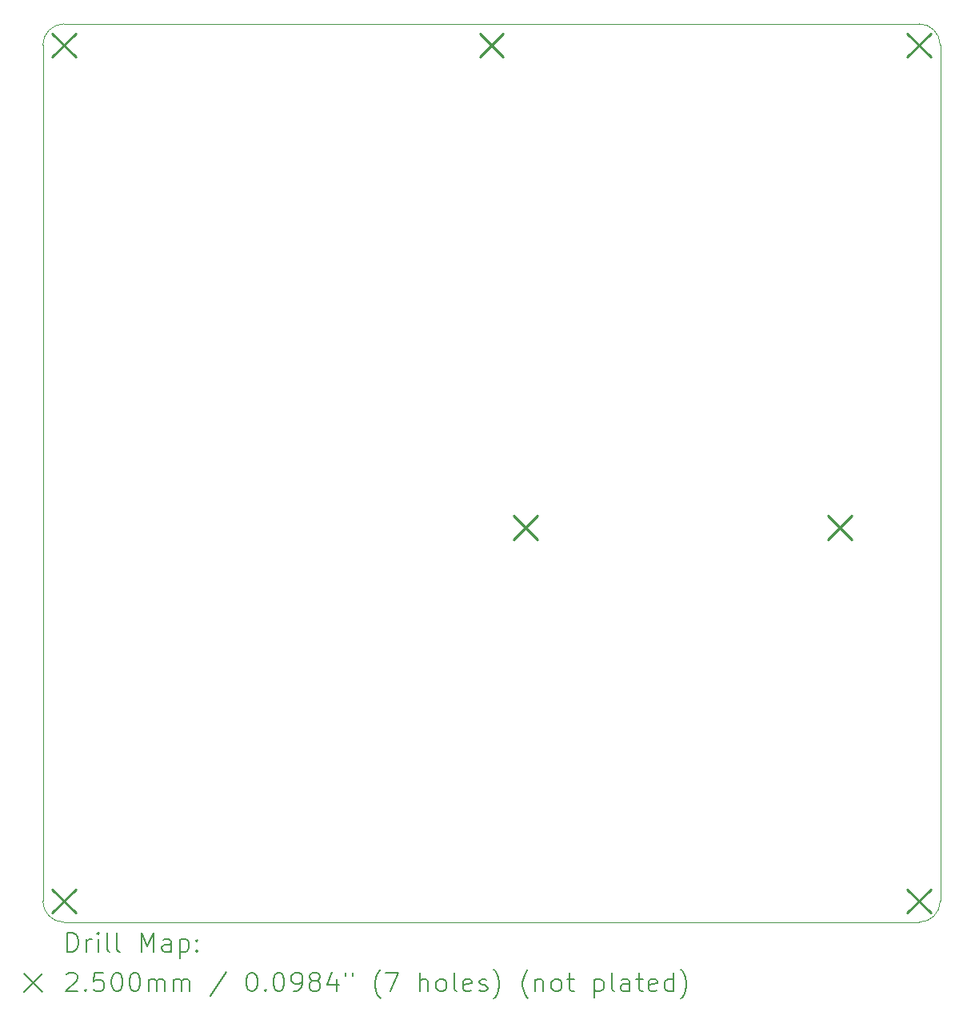
<source format=gbr>
%TF.GenerationSoftware,KiCad,Pcbnew,8.0.2*%
%TF.CreationDate,2024-05-14T20:48:36+07:00*%
%TF.ProjectId,HW.ACIM-INV,48572e41-4349-44d2-9d49-4e562e6b6963,0.0*%
%TF.SameCoordinates,Original*%
%TF.FileFunction,Drillmap*%
%TF.FilePolarity,Positive*%
%FSLAX45Y45*%
G04 Gerber Fmt 4.5, Leading zero omitted, Abs format (unit mm)*
G04 Created by KiCad (PCBNEW 8.0.2) date 2024-05-14 20:48:36*
%MOMM*%
%LPD*%
G01*
G04 APERTURE LIST*
%ADD10C,0.010000*%
%ADD11C,0.200000*%
%ADD12C,0.250000*%
G04 APERTURE END LIST*
D10*
X19050000Y-3775000D02*
X10000010Y-3775000D01*
X19275000Y-13050000D02*
X19275000Y-4000000D01*
X10000010Y-13275000D02*
G75*
G02*
X9775010Y-13050000I0J225000D01*
G01*
X19275000Y-13050000D02*
G75*
G02*
X19050000Y-13275000I-225000J0D01*
G01*
X9775000Y-4000000D02*
X9775000Y-13050000D01*
X10000010Y-13275000D02*
X19050000Y-13275000D01*
X9775000Y-4000000D02*
G75*
G02*
X10000000Y-3775000I225000J0D01*
G01*
X19050000Y-3775000D02*
G75*
G02*
X19275000Y-4000000I0J-225000D01*
G01*
D11*
D12*
X9875000Y-3875000D02*
X10125000Y-4125000D01*
X10125000Y-3875000D02*
X9875000Y-4125000D01*
X9875000Y-12925000D02*
X10125000Y-13175000D01*
X10125000Y-12925000D02*
X9875000Y-13175000D01*
X14400000Y-3875000D02*
X14650000Y-4125000D01*
X14650000Y-3875000D02*
X14400000Y-4125000D01*
X14757500Y-8977500D02*
X15007500Y-9227500D01*
X15007500Y-8977500D02*
X14757500Y-9227500D01*
X18087500Y-8977500D02*
X18337500Y-9227500D01*
X18337500Y-8977500D02*
X18087500Y-9227500D01*
X18925000Y-3875000D02*
X19175000Y-4125000D01*
X19175000Y-3875000D02*
X18925000Y-4125000D01*
X18925000Y-12925000D02*
X19175000Y-13175000D01*
X19175000Y-12925000D02*
X18925000Y-13175000D01*
D11*
X10035277Y-13586984D02*
X10035277Y-13386984D01*
X10035277Y-13386984D02*
X10082896Y-13386984D01*
X10082896Y-13386984D02*
X10111467Y-13396508D01*
X10111467Y-13396508D02*
X10130515Y-13415555D01*
X10130515Y-13415555D02*
X10140039Y-13434603D01*
X10140039Y-13434603D02*
X10149563Y-13472698D01*
X10149563Y-13472698D02*
X10149563Y-13501269D01*
X10149563Y-13501269D02*
X10140039Y-13539365D01*
X10140039Y-13539365D02*
X10130515Y-13558412D01*
X10130515Y-13558412D02*
X10111467Y-13577460D01*
X10111467Y-13577460D02*
X10082896Y-13586984D01*
X10082896Y-13586984D02*
X10035277Y-13586984D01*
X10235277Y-13586984D02*
X10235277Y-13453650D01*
X10235277Y-13491746D02*
X10244801Y-13472698D01*
X10244801Y-13472698D02*
X10254324Y-13463174D01*
X10254324Y-13463174D02*
X10273372Y-13453650D01*
X10273372Y-13453650D02*
X10292420Y-13453650D01*
X10359086Y-13586984D02*
X10359086Y-13453650D01*
X10359086Y-13386984D02*
X10349563Y-13396508D01*
X10349563Y-13396508D02*
X10359086Y-13406031D01*
X10359086Y-13406031D02*
X10368610Y-13396508D01*
X10368610Y-13396508D02*
X10359086Y-13386984D01*
X10359086Y-13386984D02*
X10359086Y-13406031D01*
X10482896Y-13586984D02*
X10463848Y-13577460D01*
X10463848Y-13577460D02*
X10454324Y-13558412D01*
X10454324Y-13558412D02*
X10454324Y-13386984D01*
X10587658Y-13586984D02*
X10568610Y-13577460D01*
X10568610Y-13577460D02*
X10559086Y-13558412D01*
X10559086Y-13558412D02*
X10559086Y-13386984D01*
X10816229Y-13586984D02*
X10816229Y-13386984D01*
X10816229Y-13386984D02*
X10882896Y-13529841D01*
X10882896Y-13529841D02*
X10949563Y-13386984D01*
X10949563Y-13386984D02*
X10949563Y-13586984D01*
X11130515Y-13586984D02*
X11130515Y-13482222D01*
X11130515Y-13482222D02*
X11120991Y-13463174D01*
X11120991Y-13463174D02*
X11101944Y-13453650D01*
X11101944Y-13453650D02*
X11063848Y-13453650D01*
X11063848Y-13453650D02*
X11044801Y-13463174D01*
X11130515Y-13577460D02*
X11111467Y-13586984D01*
X11111467Y-13586984D02*
X11063848Y-13586984D01*
X11063848Y-13586984D02*
X11044801Y-13577460D01*
X11044801Y-13577460D02*
X11035277Y-13558412D01*
X11035277Y-13558412D02*
X11035277Y-13539365D01*
X11035277Y-13539365D02*
X11044801Y-13520317D01*
X11044801Y-13520317D02*
X11063848Y-13510793D01*
X11063848Y-13510793D02*
X11111467Y-13510793D01*
X11111467Y-13510793D02*
X11130515Y-13501269D01*
X11225753Y-13453650D02*
X11225753Y-13653650D01*
X11225753Y-13463174D02*
X11244801Y-13453650D01*
X11244801Y-13453650D02*
X11282896Y-13453650D01*
X11282896Y-13453650D02*
X11301943Y-13463174D01*
X11301943Y-13463174D02*
X11311467Y-13472698D01*
X11311467Y-13472698D02*
X11320991Y-13491746D01*
X11320991Y-13491746D02*
X11320991Y-13548888D01*
X11320991Y-13548888D02*
X11311467Y-13567936D01*
X11311467Y-13567936D02*
X11301943Y-13577460D01*
X11301943Y-13577460D02*
X11282896Y-13586984D01*
X11282896Y-13586984D02*
X11244801Y-13586984D01*
X11244801Y-13586984D02*
X11225753Y-13577460D01*
X11406705Y-13567936D02*
X11416229Y-13577460D01*
X11416229Y-13577460D02*
X11406705Y-13586984D01*
X11406705Y-13586984D02*
X11397182Y-13577460D01*
X11397182Y-13577460D02*
X11406705Y-13567936D01*
X11406705Y-13567936D02*
X11406705Y-13586984D01*
X11406705Y-13463174D02*
X11416229Y-13472698D01*
X11416229Y-13472698D02*
X11406705Y-13482222D01*
X11406705Y-13482222D02*
X11397182Y-13472698D01*
X11397182Y-13472698D02*
X11406705Y-13463174D01*
X11406705Y-13463174D02*
X11406705Y-13482222D01*
X9574500Y-13815500D02*
X9774500Y-14015500D01*
X9774500Y-13815500D02*
X9574500Y-14015500D01*
X10025753Y-13826031D02*
X10035277Y-13816508D01*
X10035277Y-13816508D02*
X10054324Y-13806984D01*
X10054324Y-13806984D02*
X10101944Y-13806984D01*
X10101944Y-13806984D02*
X10120991Y-13816508D01*
X10120991Y-13816508D02*
X10130515Y-13826031D01*
X10130515Y-13826031D02*
X10140039Y-13845079D01*
X10140039Y-13845079D02*
X10140039Y-13864127D01*
X10140039Y-13864127D02*
X10130515Y-13892698D01*
X10130515Y-13892698D02*
X10016229Y-14006984D01*
X10016229Y-14006984D02*
X10140039Y-14006984D01*
X10225753Y-13987936D02*
X10235277Y-13997460D01*
X10235277Y-13997460D02*
X10225753Y-14006984D01*
X10225753Y-14006984D02*
X10216229Y-13997460D01*
X10216229Y-13997460D02*
X10225753Y-13987936D01*
X10225753Y-13987936D02*
X10225753Y-14006984D01*
X10416229Y-13806984D02*
X10320991Y-13806984D01*
X10320991Y-13806984D02*
X10311467Y-13902222D01*
X10311467Y-13902222D02*
X10320991Y-13892698D01*
X10320991Y-13892698D02*
X10340039Y-13883174D01*
X10340039Y-13883174D02*
X10387658Y-13883174D01*
X10387658Y-13883174D02*
X10406705Y-13892698D01*
X10406705Y-13892698D02*
X10416229Y-13902222D01*
X10416229Y-13902222D02*
X10425753Y-13921269D01*
X10425753Y-13921269D02*
X10425753Y-13968888D01*
X10425753Y-13968888D02*
X10416229Y-13987936D01*
X10416229Y-13987936D02*
X10406705Y-13997460D01*
X10406705Y-13997460D02*
X10387658Y-14006984D01*
X10387658Y-14006984D02*
X10340039Y-14006984D01*
X10340039Y-14006984D02*
X10320991Y-13997460D01*
X10320991Y-13997460D02*
X10311467Y-13987936D01*
X10549563Y-13806984D02*
X10568610Y-13806984D01*
X10568610Y-13806984D02*
X10587658Y-13816508D01*
X10587658Y-13816508D02*
X10597182Y-13826031D01*
X10597182Y-13826031D02*
X10606705Y-13845079D01*
X10606705Y-13845079D02*
X10616229Y-13883174D01*
X10616229Y-13883174D02*
X10616229Y-13930793D01*
X10616229Y-13930793D02*
X10606705Y-13968888D01*
X10606705Y-13968888D02*
X10597182Y-13987936D01*
X10597182Y-13987936D02*
X10587658Y-13997460D01*
X10587658Y-13997460D02*
X10568610Y-14006984D01*
X10568610Y-14006984D02*
X10549563Y-14006984D01*
X10549563Y-14006984D02*
X10530515Y-13997460D01*
X10530515Y-13997460D02*
X10520991Y-13987936D01*
X10520991Y-13987936D02*
X10511467Y-13968888D01*
X10511467Y-13968888D02*
X10501944Y-13930793D01*
X10501944Y-13930793D02*
X10501944Y-13883174D01*
X10501944Y-13883174D02*
X10511467Y-13845079D01*
X10511467Y-13845079D02*
X10520991Y-13826031D01*
X10520991Y-13826031D02*
X10530515Y-13816508D01*
X10530515Y-13816508D02*
X10549563Y-13806984D01*
X10740039Y-13806984D02*
X10759086Y-13806984D01*
X10759086Y-13806984D02*
X10778134Y-13816508D01*
X10778134Y-13816508D02*
X10787658Y-13826031D01*
X10787658Y-13826031D02*
X10797182Y-13845079D01*
X10797182Y-13845079D02*
X10806705Y-13883174D01*
X10806705Y-13883174D02*
X10806705Y-13930793D01*
X10806705Y-13930793D02*
X10797182Y-13968888D01*
X10797182Y-13968888D02*
X10787658Y-13987936D01*
X10787658Y-13987936D02*
X10778134Y-13997460D01*
X10778134Y-13997460D02*
X10759086Y-14006984D01*
X10759086Y-14006984D02*
X10740039Y-14006984D01*
X10740039Y-14006984D02*
X10720991Y-13997460D01*
X10720991Y-13997460D02*
X10711467Y-13987936D01*
X10711467Y-13987936D02*
X10701944Y-13968888D01*
X10701944Y-13968888D02*
X10692420Y-13930793D01*
X10692420Y-13930793D02*
X10692420Y-13883174D01*
X10692420Y-13883174D02*
X10701944Y-13845079D01*
X10701944Y-13845079D02*
X10711467Y-13826031D01*
X10711467Y-13826031D02*
X10720991Y-13816508D01*
X10720991Y-13816508D02*
X10740039Y-13806984D01*
X10892420Y-14006984D02*
X10892420Y-13873650D01*
X10892420Y-13892698D02*
X10901944Y-13883174D01*
X10901944Y-13883174D02*
X10920991Y-13873650D01*
X10920991Y-13873650D02*
X10949563Y-13873650D01*
X10949563Y-13873650D02*
X10968610Y-13883174D01*
X10968610Y-13883174D02*
X10978134Y-13902222D01*
X10978134Y-13902222D02*
X10978134Y-14006984D01*
X10978134Y-13902222D02*
X10987658Y-13883174D01*
X10987658Y-13883174D02*
X11006705Y-13873650D01*
X11006705Y-13873650D02*
X11035277Y-13873650D01*
X11035277Y-13873650D02*
X11054325Y-13883174D01*
X11054325Y-13883174D02*
X11063848Y-13902222D01*
X11063848Y-13902222D02*
X11063848Y-14006984D01*
X11159086Y-14006984D02*
X11159086Y-13873650D01*
X11159086Y-13892698D02*
X11168610Y-13883174D01*
X11168610Y-13883174D02*
X11187658Y-13873650D01*
X11187658Y-13873650D02*
X11216229Y-13873650D01*
X11216229Y-13873650D02*
X11235277Y-13883174D01*
X11235277Y-13883174D02*
X11244801Y-13902222D01*
X11244801Y-13902222D02*
X11244801Y-14006984D01*
X11244801Y-13902222D02*
X11254324Y-13883174D01*
X11254324Y-13883174D02*
X11273372Y-13873650D01*
X11273372Y-13873650D02*
X11301943Y-13873650D01*
X11301943Y-13873650D02*
X11320991Y-13883174D01*
X11320991Y-13883174D02*
X11330515Y-13902222D01*
X11330515Y-13902222D02*
X11330515Y-14006984D01*
X11720991Y-13797460D02*
X11549563Y-14054603D01*
X11978134Y-13806984D02*
X11997182Y-13806984D01*
X11997182Y-13806984D02*
X12016229Y-13816508D01*
X12016229Y-13816508D02*
X12025753Y-13826031D01*
X12025753Y-13826031D02*
X12035277Y-13845079D01*
X12035277Y-13845079D02*
X12044801Y-13883174D01*
X12044801Y-13883174D02*
X12044801Y-13930793D01*
X12044801Y-13930793D02*
X12035277Y-13968888D01*
X12035277Y-13968888D02*
X12025753Y-13987936D01*
X12025753Y-13987936D02*
X12016229Y-13997460D01*
X12016229Y-13997460D02*
X11997182Y-14006984D01*
X11997182Y-14006984D02*
X11978134Y-14006984D01*
X11978134Y-14006984D02*
X11959086Y-13997460D01*
X11959086Y-13997460D02*
X11949563Y-13987936D01*
X11949563Y-13987936D02*
X11940039Y-13968888D01*
X11940039Y-13968888D02*
X11930515Y-13930793D01*
X11930515Y-13930793D02*
X11930515Y-13883174D01*
X11930515Y-13883174D02*
X11940039Y-13845079D01*
X11940039Y-13845079D02*
X11949563Y-13826031D01*
X11949563Y-13826031D02*
X11959086Y-13816508D01*
X11959086Y-13816508D02*
X11978134Y-13806984D01*
X12130515Y-13987936D02*
X12140039Y-13997460D01*
X12140039Y-13997460D02*
X12130515Y-14006984D01*
X12130515Y-14006984D02*
X12120991Y-13997460D01*
X12120991Y-13997460D02*
X12130515Y-13987936D01*
X12130515Y-13987936D02*
X12130515Y-14006984D01*
X12263848Y-13806984D02*
X12282896Y-13806984D01*
X12282896Y-13806984D02*
X12301944Y-13816508D01*
X12301944Y-13816508D02*
X12311467Y-13826031D01*
X12311467Y-13826031D02*
X12320991Y-13845079D01*
X12320991Y-13845079D02*
X12330515Y-13883174D01*
X12330515Y-13883174D02*
X12330515Y-13930793D01*
X12330515Y-13930793D02*
X12320991Y-13968888D01*
X12320991Y-13968888D02*
X12311467Y-13987936D01*
X12311467Y-13987936D02*
X12301944Y-13997460D01*
X12301944Y-13997460D02*
X12282896Y-14006984D01*
X12282896Y-14006984D02*
X12263848Y-14006984D01*
X12263848Y-14006984D02*
X12244801Y-13997460D01*
X12244801Y-13997460D02*
X12235277Y-13987936D01*
X12235277Y-13987936D02*
X12225753Y-13968888D01*
X12225753Y-13968888D02*
X12216229Y-13930793D01*
X12216229Y-13930793D02*
X12216229Y-13883174D01*
X12216229Y-13883174D02*
X12225753Y-13845079D01*
X12225753Y-13845079D02*
X12235277Y-13826031D01*
X12235277Y-13826031D02*
X12244801Y-13816508D01*
X12244801Y-13816508D02*
X12263848Y-13806984D01*
X12425753Y-14006984D02*
X12463848Y-14006984D01*
X12463848Y-14006984D02*
X12482896Y-13997460D01*
X12482896Y-13997460D02*
X12492420Y-13987936D01*
X12492420Y-13987936D02*
X12511467Y-13959365D01*
X12511467Y-13959365D02*
X12520991Y-13921269D01*
X12520991Y-13921269D02*
X12520991Y-13845079D01*
X12520991Y-13845079D02*
X12511467Y-13826031D01*
X12511467Y-13826031D02*
X12501944Y-13816508D01*
X12501944Y-13816508D02*
X12482896Y-13806984D01*
X12482896Y-13806984D02*
X12444801Y-13806984D01*
X12444801Y-13806984D02*
X12425753Y-13816508D01*
X12425753Y-13816508D02*
X12416229Y-13826031D01*
X12416229Y-13826031D02*
X12406706Y-13845079D01*
X12406706Y-13845079D02*
X12406706Y-13892698D01*
X12406706Y-13892698D02*
X12416229Y-13911746D01*
X12416229Y-13911746D02*
X12425753Y-13921269D01*
X12425753Y-13921269D02*
X12444801Y-13930793D01*
X12444801Y-13930793D02*
X12482896Y-13930793D01*
X12482896Y-13930793D02*
X12501944Y-13921269D01*
X12501944Y-13921269D02*
X12511467Y-13911746D01*
X12511467Y-13911746D02*
X12520991Y-13892698D01*
X12635277Y-13892698D02*
X12616229Y-13883174D01*
X12616229Y-13883174D02*
X12606706Y-13873650D01*
X12606706Y-13873650D02*
X12597182Y-13854603D01*
X12597182Y-13854603D02*
X12597182Y-13845079D01*
X12597182Y-13845079D02*
X12606706Y-13826031D01*
X12606706Y-13826031D02*
X12616229Y-13816508D01*
X12616229Y-13816508D02*
X12635277Y-13806984D01*
X12635277Y-13806984D02*
X12673372Y-13806984D01*
X12673372Y-13806984D02*
X12692420Y-13816508D01*
X12692420Y-13816508D02*
X12701944Y-13826031D01*
X12701944Y-13826031D02*
X12711467Y-13845079D01*
X12711467Y-13845079D02*
X12711467Y-13854603D01*
X12711467Y-13854603D02*
X12701944Y-13873650D01*
X12701944Y-13873650D02*
X12692420Y-13883174D01*
X12692420Y-13883174D02*
X12673372Y-13892698D01*
X12673372Y-13892698D02*
X12635277Y-13892698D01*
X12635277Y-13892698D02*
X12616229Y-13902222D01*
X12616229Y-13902222D02*
X12606706Y-13911746D01*
X12606706Y-13911746D02*
X12597182Y-13930793D01*
X12597182Y-13930793D02*
X12597182Y-13968888D01*
X12597182Y-13968888D02*
X12606706Y-13987936D01*
X12606706Y-13987936D02*
X12616229Y-13997460D01*
X12616229Y-13997460D02*
X12635277Y-14006984D01*
X12635277Y-14006984D02*
X12673372Y-14006984D01*
X12673372Y-14006984D02*
X12692420Y-13997460D01*
X12692420Y-13997460D02*
X12701944Y-13987936D01*
X12701944Y-13987936D02*
X12711467Y-13968888D01*
X12711467Y-13968888D02*
X12711467Y-13930793D01*
X12711467Y-13930793D02*
X12701944Y-13911746D01*
X12701944Y-13911746D02*
X12692420Y-13902222D01*
X12692420Y-13902222D02*
X12673372Y-13892698D01*
X12882896Y-13873650D02*
X12882896Y-14006984D01*
X12835277Y-13797460D02*
X12787658Y-13940317D01*
X12787658Y-13940317D02*
X12911467Y-13940317D01*
X12978134Y-13806984D02*
X12978134Y-13845079D01*
X13054325Y-13806984D02*
X13054325Y-13845079D01*
X13349563Y-14083174D02*
X13340039Y-14073650D01*
X13340039Y-14073650D02*
X13320991Y-14045079D01*
X13320991Y-14045079D02*
X13311468Y-14026031D01*
X13311468Y-14026031D02*
X13301944Y-13997460D01*
X13301944Y-13997460D02*
X13292420Y-13949841D01*
X13292420Y-13949841D02*
X13292420Y-13911746D01*
X13292420Y-13911746D02*
X13301944Y-13864127D01*
X13301944Y-13864127D02*
X13311468Y-13835555D01*
X13311468Y-13835555D02*
X13320991Y-13816508D01*
X13320991Y-13816508D02*
X13340039Y-13787936D01*
X13340039Y-13787936D02*
X13349563Y-13778412D01*
X13406706Y-13806984D02*
X13540039Y-13806984D01*
X13540039Y-13806984D02*
X13454325Y-14006984D01*
X13768610Y-14006984D02*
X13768610Y-13806984D01*
X13854325Y-14006984D02*
X13854325Y-13902222D01*
X13854325Y-13902222D02*
X13844801Y-13883174D01*
X13844801Y-13883174D02*
X13825753Y-13873650D01*
X13825753Y-13873650D02*
X13797182Y-13873650D01*
X13797182Y-13873650D02*
X13778134Y-13883174D01*
X13778134Y-13883174D02*
X13768610Y-13892698D01*
X13978134Y-14006984D02*
X13959087Y-13997460D01*
X13959087Y-13997460D02*
X13949563Y-13987936D01*
X13949563Y-13987936D02*
X13940039Y-13968888D01*
X13940039Y-13968888D02*
X13940039Y-13911746D01*
X13940039Y-13911746D02*
X13949563Y-13892698D01*
X13949563Y-13892698D02*
X13959087Y-13883174D01*
X13959087Y-13883174D02*
X13978134Y-13873650D01*
X13978134Y-13873650D02*
X14006706Y-13873650D01*
X14006706Y-13873650D02*
X14025753Y-13883174D01*
X14025753Y-13883174D02*
X14035277Y-13892698D01*
X14035277Y-13892698D02*
X14044801Y-13911746D01*
X14044801Y-13911746D02*
X14044801Y-13968888D01*
X14044801Y-13968888D02*
X14035277Y-13987936D01*
X14035277Y-13987936D02*
X14025753Y-13997460D01*
X14025753Y-13997460D02*
X14006706Y-14006984D01*
X14006706Y-14006984D02*
X13978134Y-14006984D01*
X14159087Y-14006984D02*
X14140039Y-13997460D01*
X14140039Y-13997460D02*
X14130515Y-13978412D01*
X14130515Y-13978412D02*
X14130515Y-13806984D01*
X14311468Y-13997460D02*
X14292420Y-14006984D01*
X14292420Y-14006984D02*
X14254325Y-14006984D01*
X14254325Y-14006984D02*
X14235277Y-13997460D01*
X14235277Y-13997460D02*
X14225753Y-13978412D01*
X14225753Y-13978412D02*
X14225753Y-13902222D01*
X14225753Y-13902222D02*
X14235277Y-13883174D01*
X14235277Y-13883174D02*
X14254325Y-13873650D01*
X14254325Y-13873650D02*
X14292420Y-13873650D01*
X14292420Y-13873650D02*
X14311468Y-13883174D01*
X14311468Y-13883174D02*
X14320991Y-13902222D01*
X14320991Y-13902222D02*
X14320991Y-13921269D01*
X14320991Y-13921269D02*
X14225753Y-13940317D01*
X14397182Y-13997460D02*
X14416230Y-14006984D01*
X14416230Y-14006984D02*
X14454325Y-14006984D01*
X14454325Y-14006984D02*
X14473372Y-13997460D01*
X14473372Y-13997460D02*
X14482896Y-13978412D01*
X14482896Y-13978412D02*
X14482896Y-13968888D01*
X14482896Y-13968888D02*
X14473372Y-13949841D01*
X14473372Y-13949841D02*
X14454325Y-13940317D01*
X14454325Y-13940317D02*
X14425753Y-13940317D01*
X14425753Y-13940317D02*
X14406706Y-13930793D01*
X14406706Y-13930793D02*
X14397182Y-13911746D01*
X14397182Y-13911746D02*
X14397182Y-13902222D01*
X14397182Y-13902222D02*
X14406706Y-13883174D01*
X14406706Y-13883174D02*
X14425753Y-13873650D01*
X14425753Y-13873650D02*
X14454325Y-13873650D01*
X14454325Y-13873650D02*
X14473372Y-13883174D01*
X14549563Y-14083174D02*
X14559087Y-14073650D01*
X14559087Y-14073650D02*
X14578134Y-14045079D01*
X14578134Y-14045079D02*
X14587658Y-14026031D01*
X14587658Y-14026031D02*
X14597182Y-13997460D01*
X14597182Y-13997460D02*
X14606706Y-13949841D01*
X14606706Y-13949841D02*
X14606706Y-13911746D01*
X14606706Y-13911746D02*
X14597182Y-13864127D01*
X14597182Y-13864127D02*
X14587658Y-13835555D01*
X14587658Y-13835555D02*
X14578134Y-13816508D01*
X14578134Y-13816508D02*
X14559087Y-13787936D01*
X14559087Y-13787936D02*
X14549563Y-13778412D01*
X14911468Y-14083174D02*
X14901944Y-14073650D01*
X14901944Y-14073650D02*
X14882896Y-14045079D01*
X14882896Y-14045079D02*
X14873372Y-14026031D01*
X14873372Y-14026031D02*
X14863849Y-13997460D01*
X14863849Y-13997460D02*
X14854325Y-13949841D01*
X14854325Y-13949841D02*
X14854325Y-13911746D01*
X14854325Y-13911746D02*
X14863849Y-13864127D01*
X14863849Y-13864127D02*
X14873372Y-13835555D01*
X14873372Y-13835555D02*
X14882896Y-13816508D01*
X14882896Y-13816508D02*
X14901944Y-13787936D01*
X14901944Y-13787936D02*
X14911468Y-13778412D01*
X14987658Y-13873650D02*
X14987658Y-14006984D01*
X14987658Y-13892698D02*
X14997182Y-13883174D01*
X14997182Y-13883174D02*
X15016230Y-13873650D01*
X15016230Y-13873650D02*
X15044801Y-13873650D01*
X15044801Y-13873650D02*
X15063849Y-13883174D01*
X15063849Y-13883174D02*
X15073372Y-13902222D01*
X15073372Y-13902222D02*
X15073372Y-14006984D01*
X15197182Y-14006984D02*
X15178134Y-13997460D01*
X15178134Y-13997460D02*
X15168611Y-13987936D01*
X15168611Y-13987936D02*
X15159087Y-13968888D01*
X15159087Y-13968888D02*
X15159087Y-13911746D01*
X15159087Y-13911746D02*
X15168611Y-13892698D01*
X15168611Y-13892698D02*
X15178134Y-13883174D01*
X15178134Y-13883174D02*
X15197182Y-13873650D01*
X15197182Y-13873650D02*
X15225753Y-13873650D01*
X15225753Y-13873650D02*
X15244801Y-13883174D01*
X15244801Y-13883174D02*
X15254325Y-13892698D01*
X15254325Y-13892698D02*
X15263849Y-13911746D01*
X15263849Y-13911746D02*
X15263849Y-13968888D01*
X15263849Y-13968888D02*
X15254325Y-13987936D01*
X15254325Y-13987936D02*
X15244801Y-13997460D01*
X15244801Y-13997460D02*
X15225753Y-14006984D01*
X15225753Y-14006984D02*
X15197182Y-14006984D01*
X15320992Y-13873650D02*
X15397182Y-13873650D01*
X15349563Y-13806984D02*
X15349563Y-13978412D01*
X15349563Y-13978412D02*
X15359087Y-13997460D01*
X15359087Y-13997460D02*
X15378134Y-14006984D01*
X15378134Y-14006984D02*
X15397182Y-14006984D01*
X15616230Y-13873650D02*
X15616230Y-14073650D01*
X15616230Y-13883174D02*
X15635277Y-13873650D01*
X15635277Y-13873650D02*
X15673373Y-13873650D01*
X15673373Y-13873650D02*
X15692420Y-13883174D01*
X15692420Y-13883174D02*
X15701944Y-13892698D01*
X15701944Y-13892698D02*
X15711468Y-13911746D01*
X15711468Y-13911746D02*
X15711468Y-13968888D01*
X15711468Y-13968888D02*
X15701944Y-13987936D01*
X15701944Y-13987936D02*
X15692420Y-13997460D01*
X15692420Y-13997460D02*
X15673373Y-14006984D01*
X15673373Y-14006984D02*
X15635277Y-14006984D01*
X15635277Y-14006984D02*
X15616230Y-13997460D01*
X15825753Y-14006984D02*
X15806706Y-13997460D01*
X15806706Y-13997460D02*
X15797182Y-13978412D01*
X15797182Y-13978412D02*
X15797182Y-13806984D01*
X15987658Y-14006984D02*
X15987658Y-13902222D01*
X15987658Y-13902222D02*
X15978134Y-13883174D01*
X15978134Y-13883174D02*
X15959087Y-13873650D01*
X15959087Y-13873650D02*
X15920992Y-13873650D01*
X15920992Y-13873650D02*
X15901944Y-13883174D01*
X15987658Y-13997460D02*
X15968611Y-14006984D01*
X15968611Y-14006984D02*
X15920992Y-14006984D01*
X15920992Y-14006984D02*
X15901944Y-13997460D01*
X15901944Y-13997460D02*
X15892420Y-13978412D01*
X15892420Y-13978412D02*
X15892420Y-13959365D01*
X15892420Y-13959365D02*
X15901944Y-13940317D01*
X15901944Y-13940317D02*
X15920992Y-13930793D01*
X15920992Y-13930793D02*
X15968611Y-13930793D01*
X15968611Y-13930793D02*
X15987658Y-13921269D01*
X16054325Y-13873650D02*
X16130515Y-13873650D01*
X16082896Y-13806984D02*
X16082896Y-13978412D01*
X16082896Y-13978412D02*
X16092420Y-13997460D01*
X16092420Y-13997460D02*
X16111468Y-14006984D01*
X16111468Y-14006984D02*
X16130515Y-14006984D01*
X16273373Y-13997460D02*
X16254325Y-14006984D01*
X16254325Y-14006984D02*
X16216230Y-14006984D01*
X16216230Y-14006984D02*
X16197182Y-13997460D01*
X16197182Y-13997460D02*
X16187658Y-13978412D01*
X16187658Y-13978412D02*
X16187658Y-13902222D01*
X16187658Y-13902222D02*
X16197182Y-13883174D01*
X16197182Y-13883174D02*
X16216230Y-13873650D01*
X16216230Y-13873650D02*
X16254325Y-13873650D01*
X16254325Y-13873650D02*
X16273373Y-13883174D01*
X16273373Y-13883174D02*
X16282896Y-13902222D01*
X16282896Y-13902222D02*
X16282896Y-13921269D01*
X16282896Y-13921269D02*
X16187658Y-13940317D01*
X16454325Y-14006984D02*
X16454325Y-13806984D01*
X16454325Y-13997460D02*
X16435277Y-14006984D01*
X16435277Y-14006984D02*
X16397182Y-14006984D01*
X16397182Y-14006984D02*
X16378134Y-13997460D01*
X16378134Y-13997460D02*
X16368611Y-13987936D01*
X16368611Y-13987936D02*
X16359087Y-13968888D01*
X16359087Y-13968888D02*
X16359087Y-13911746D01*
X16359087Y-13911746D02*
X16368611Y-13892698D01*
X16368611Y-13892698D02*
X16378134Y-13883174D01*
X16378134Y-13883174D02*
X16397182Y-13873650D01*
X16397182Y-13873650D02*
X16435277Y-13873650D01*
X16435277Y-13873650D02*
X16454325Y-13883174D01*
X16530515Y-14083174D02*
X16540039Y-14073650D01*
X16540039Y-14073650D02*
X16559087Y-14045079D01*
X16559087Y-14045079D02*
X16568611Y-14026031D01*
X16568611Y-14026031D02*
X16578134Y-13997460D01*
X16578134Y-13997460D02*
X16587658Y-13949841D01*
X16587658Y-13949841D02*
X16587658Y-13911746D01*
X16587658Y-13911746D02*
X16578134Y-13864127D01*
X16578134Y-13864127D02*
X16568611Y-13835555D01*
X16568611Y-13835555D02*
X16559087Y-13816508D01*
X16559087Y-13816508D02*
X16540039Y-13787936D01*
X16540039Y-13787936D02*
X16530515Y-13778412D01*
M02*

</source>
